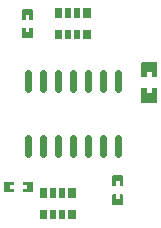
<source format=gtp>
G04 Layer: TopPasteMaskLayer*
G04 EasyEDA v6.4.31, 2022-02-03 12:49:45*
G04 a9be7c87d83144a3bb2ccb21b8cae2d4,a012b36b664746af8e538b06cf3162c4,10*
G04 Gerber Generator version 0.2*
G04 Scale: 100 percent, Rotated: No, Reflected: No *
G04 Dimensions in millimeters *
G04 leading zeros omitted , absolute positions ,4 integer and 5 decimal *
%FSLAX45Y45*%
%MOMM*%

%ADD12C,0.5950*%

%LPD*%
G36*
X1868322Y3867708D02*
G01*
X1863293Y3862679D01*
X1863293Y3839921D01*
X1900326Y3839921D01*
X1900326Y3806901D01*
X1863293Y3806901D01*
X1863293Y3782720D01*
X1868322Y3777691D01*
X1948281Y3777691D01*
X1953310Y3782720D01*
X1953310Y3862679D01*
X1948281Y3867708D01*
G37*
G36*
X1709318Y3867708D02*
G01*
X1704289Y3862679D01*
X1704289Y3782720D01*
X1709318Y3777691D01*
X1788312Y3777691D01*
X1793290Y3782720D01*
X1793290Y3806901D01*
X1755292Y3806901D01*
X1755292Y3839921D01*
X1793290Y3839921D01*
X1793290Y3862679D01*
X1788312Y3867708D01*
G37*
G36*
X1865020Y5331510D02*
G01*
X1859991Y5326481D01*
X1859991Y5246522D01*
X1865020Y5241493D01*
X1887778Y5241493D01*
X1887778Y5278526D01*
X1920798Y5278526D01*
X1920798Y5241493D01*
X1944979Y5241493D01*
X1950008Y5246522D01*
X1950008Y5326481D01*
X1944979Y5331510D01*
G37*
G36*
X1865020Y5171490D02*
G01*
X1859991Y5166512D01*
X1859991Y5087518D01*
X1865020Y5082489D01*
X1944979Y5082489D01*
X1950008Y5087518D01*
X1950008Y5166512D01*
X1944979Y5171490D01*
X1920798Y5171490D01*
X1920798Y5133492D01*
X1887778Y5133492D01*
X1887778Y5171490D01*
G37*
G36*
X2627020Y3762806D02*
G01*
X2621991Y3757777D01*
X2621991Y3677818D01*
X2627020Y3672789D01*
X2706979Y3672789D01*
X2712008Y3677818D01*
X2712008Y3757777D01*
X2706979Y3762806D01*
X2684221Y3762806D01*
X2684221Y3725773D01*
X2651201Y3725773D01*
X2651201Y3762806D01*
G37*
G36*
X2627020Y3921810D02*
G01*
X2621991Y3916781D01*
X2621991Y3837787D01*
X2627020Y3832809D01*
X2651201Y3832809D01*
X2651201Y3870807D01*
X2684221Y3870807D01*
X2684221Y3832809D01*
X2706979Y3832809D01*
X2712008Y3837787D01*
X2712008Y3916781D01*
X2706979Y3921810D01*
G37*
G36*
X2871724Y4879187D02*
G01*
X2866694Y4874209D01*
X2866694Y4759198D01*
X2871724Y4754219D01*
X2913684Y4754676D01*
X2913684Y4798720D01*
X2958693Y4798720D01*
X2958693Y4753711D01*
X2999689Y4754219D01*
X3004718Y4759198D01*
X3004718Y4874209D01*
X2999689Y4879187D01*
G37*
G36*
X2871724Y4664202D02*
G01*
X2866694Y4659223D01*
X2866694Y4544212D01*
X2871724Y4539183D01*
X2999689Y4539183D01*
X3004718Y4544212D01*
X3004718Y4659223D01*
X2999689Y4664202D01*
X2958693Y4663694D01*
X2958693Y4619701D01*
X2913684Y4619701D01*
X2913684Y4664202D01*
G37*
D12*
X1905000Y4240245D02*
G01*
X1905000Y4102994D01*
X2032000Y4240245D02*
G01*
X2032000Y4102994D01*
X2159000Y4240245D02*
G01*
X2159000Y4102994D01*
X2286000Y4240245D02*
G01*
X2286000Y4102994D01*
X2413000Y4240245D02*
G01*
X2413000Y4102994D01*
X2540000Y4240245D02*
G01*
X2540000Y4102994D01*
X2667000Y4240245D02*
G01*
X2667000Y4102994D01*
X1905000Y4787005D02*
G01*
X1905000Y4649754D01*
X2032000Y4787005D02*
G01*
X2032000Y4649754D01*
X2159000Y4787005D02*
G01*
X2159000Y4649754D01*
X2286000Y4787005D02*
G01*
X2286000Y4649754D01*
X2413000Y4787005D02*
G01*
X2413000Y4649754D01*
X2540000Y4787005D02*
G01*
X2540000Y4649754D01*
X2667000Y4787005D02*
G01*
X2667000Y4649754D01*
G36*
X2373490Y5336997D02*
G01*
X2438488Y5336997D01*
X2438488Y5256997D01*
X2373490Y5256997D01*
G37*
G36*
X2373490Y5157002D02*
G01*
X2438488Y5157002D01*
X2438488Y5077002D01*
X2373490Y5077002D01*
G37*
G36*
X2301003Y5336997D02*
G01*
X2351006Y5336997D01*
X2351006Y5256997D01*
X2301003Y5256997D01*
G37*
G36*
X2301003Y5157002D02*
G01*
X2351006Y5157002D01*
X2351006Y5077002D01*
X2301003Y5077002D01*
G37*
G36*
X2220993Y5336997D02*
G01*
X2270996Y5336997D01*
X2270996Y5256997D01*
X2220993Y5256997D01*
G37*
G36*
X2220993Y5157002D02*
G01*
X2270996Y5157002D01*
X2270996Y5077002D01*
X2220993Y5077002D01*
G37*
G36*
X2133511Y5336997D02*
G01*
X2198509Y5336997D01*
X2198509Y5256997D01*
X2133511Y5256997D01*
G37*
G36*
X2133511Y5157002D02*
G01*
X2198509Y5157002D01*
X2198509Y5077002D01*
X2133511Y5077002D01*
G37*
G36*
X2246490Y3812997D02*
G01*
X2311488Y3812997D01*
X2311488Y3732997D01*
X2246490Y3732997D01*
G37*
G36*
X2246490Y3633002D02*
G01*
X2311488Y3633002D01*
X2311488Y3553002D01*
X2246490Y3553002D01*
G37*
G36*
X2174003Y3812997D02*
G01*
X2224006Y3812997D01*
X2224006Y3732997D01*
X2174003Y3732997D01*
G37*
G36*
X2174003Y3633002D02*
G01*
X2224006Y3633002D01*
X2224006Y3553002D01*
X2174003Y3553002D01*
G37*
G36*
X2093993Y3812997D02*
G01*
X2143996Y3812997D01*
X2143996Y3732997D01*
X2093993Y3732997D01*
G37*
G36*
X2093993Y3633002D02*
G01*
X2143996Y3633002D01*
X2143996Y3553002D01*
X2093993Y3553002D01*
G37*
G36*
X2006511Y3812997D02*
G01*
X2071509Y3812997D01*
X2071509Y3732997D01*
X2006511Y3732997D01*
G37*
G36*
X2006511Y3633002D02*
G01*
X2071509Y3633002D01*
X2071509Y3553002D01*
X2006511Y3553002D01*
G37*
M02*

</source>
